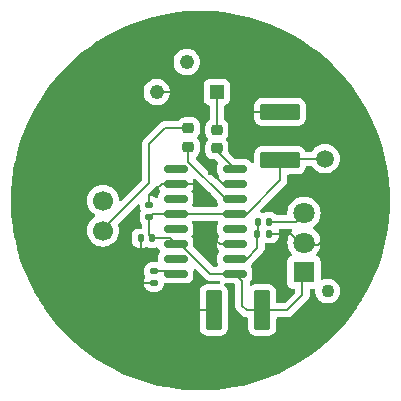
<source format=gbr>
%TF.GenerationSoftware,KiCad,Pcbnew,8.0.3*%
%TF.CreationDate,2024-11-14T20:06:39-08:00*%
%TF.ProjectId,SpeakerR,53706561-6b65-4725-922e-6b696361645f,rev?*%
%TF.SameCoordinates,Original*%
%TF.FileFunction,Copper,L1,Top*%
%TF.FilePolarity,Positive*%
%FSLAX46Y46*%
G04 Gerber Fmt 4.6, Leading zero omitted, Abs format (unit mm)*
G04 Created by KiCad (PCBNEW 8.0.3) date 2024-11-14 20:06:39*
%MOMM*%
%LPD*%
G01*
G04 APERTURE LIST*
G04 Aperture macros list*
%AMRoundRect*
0 Rectangle with rounded corners*
0 $1 Rounding radius*
0 $2 $3 $4 $5 $6 $7 $8 $9 X,Y pos of 4 corners*
0 Add a 4 corners polygon primitive as box body*
4,1,4,$2,$3,$4,$5,$6,$7,$8,$9,$2,$3,0*
0 Add four circle primitives for the rounded corners*
1,1,$1+$1,$2,$3*
1,1,$1+$1,$4,$5*
1,1,$1+$1,$6,$7*
1,1,$1+$1,$8,$9*
0 Add four rect primitives between the rounded corners*
20,1,$1+$1,$2,$3,$4,$5,0*
20,1,$1+$1,$4,$5,$6,$7,0*
20,1,$1+$1,$6,$7,$8,$9,0*
20,1,$1+$1,$8,$9,$2,$3,0*%
G04 Aperture macros list end*
%TA.AperFunction,ComponentPad*%
%ADD10C,1.800000*%
%TD*%
%TA.AperFunction,ComponentPad*%
%ADD11R,1.800000X1.800000*%
%TD*%
%TA.AperFunction,ComponentPad*%
%ADD12C,1.100000*%
%TD*%
%TA.AperFunction,ComponentPad*%
%ADD13C,1.700000*%
%TD*%
%TA.AperFunction,SMDPad,CuDef*%
%ADD14RoundRect,0.135000X0.135000X0.185000X-0.135000X0.185000X-0.135000X-0.185000X0.135000X-0.185000X0*%
%TD*%
%TA.AperFunction,SMDPad,CuDef*%
%ADD15RoundRect,0.140000X0.170000X-0.140000X0.170000X0.140000X-0.170000X0.140000X-0.170000X-0.140000X0*%
%TD*%
%TA.AperFunction,SMDPad,CuDef*%
%ADD16RoundRect,0.140000X-0.140000X-0.170000X0.140000X-0.170000X0.140000X0.170000X-0.140000X0.170000X0*%
%TD*%
%TA.AperFunction,SMDPad,CuDef*%
%ADD17RoundRect,0.140000X-0.170000X0.140000X-0.170000X-0.140000X0.170000X-0.140000X0.170000X0.140000X0*%
%TD*%
%TA.AperFunction,SMDPad,CuDef*%
%ADD18C,1.500000*%
%TD*%
%TA.AperFunction,SMDPad,CuDef*%
%ADD19RoundRect,0.249999X0.450001X1.450001X-0.450001X1.450001X-0.450001X-1.450001X0.450001X-1.450001X0*%
%TD*%
%TA.AperFunction,SMDPad,CuDef*%
%ADD20RoundRect,0.218750X0.256250X-0.218750X0.256250X0.218750X-0.256250X0.218750X-0.256250X-0.218750X0*%
%TD*%
%TA.AperFunction,SMDPad,CuDef*%
%ADD21RoundRect,0.249999X1.450001X-0.450001X1.450001X0.450001X-1.450001X0.450001X-1.450001X-0.450001X0*%
%TD*%
%TA.AperFunction,SMDPad,CuDef*%
%ADD22RoundRect,0.218750X-0.256250X0.218750X-0.256250X-0.218750X0.256250X-0.218750X0.256250X0.218750X0*%
%TD*%
%TA.AperFunction,SMDPad,CuDef*%
%ADD23RoundRect,0.150000X-0.850000X-0.150000X0.850000X-0.150000X0.850000X0.150000X-0.850000X0.150000X0*%
%TD*%
%TA.AperFunction,ComponentPad*%
%ADD24R,1.218000X1.218000*%
%TD*%
%TA.AperFunction,ComponentPad*%
%ADD25C,1.218000*%
%TD*%
%TA.AperFunction,ViaPad*%
%ADD26C,0.600000*%
%TD*%
%TA.AperFunction,Conductor*%
%ADD27C,0.200000*%
%TD*%
G04 APERTURE END LIST*
D10*
%TO.P,J2,3,Pin_3*%
%TO.N,/inR*%
X125984000Y-101386000D03*
%TO.P,J2,2,Pin_2*%
%TO.N,GND*%
X125984000Y-103886000D03*
D11*
%TO.P,J2,1,Pin_1*%
%TO.N,+5V*%
X125984000Y-106386000D03*
D12*
%TO.P,J2,*%
%TO.N,*%
X127984000Y-107986000D03*
%TD*%
D13*
%TO.P,J1,1,Pin_1*%
%TO.N,Net-(J1-Pin_1)*%
X108966000Y-102870000D03*
%TO.P,J1,2,Pin_2*%
%TO.N,Net-(J1-Pin_2)*%
X108966000Y-100330000D03*
%TD*%
D14*
%TO.P,R1,1*%
%TO.N,GND*%
X123065000Y-103124000D03*
%TO.P,R1,2*%
%TO.N,Net-(U1-INR)*%
X122045000Y-103124000D03*
%TD*%
D15*
%TO.P,C6,1*%
%TO.N,GND*%
X113284000Y-107287000D03*
%TO.P,C6,2*%
%TO.N,Net-(U1-VREF)*%
X113284000Y-106327000D03*
%TD*%
D16*
%TO.P,C5,1*%
%TO.N,Net-(U1-INR)*%
X122075000Y-102108000D03*
%TO.P,C5,2*%
%TO.N,/inR*%
X123035000Y-102108000D03*
%TD*%
%TO.P,C3,1*%
%TO.N,GND*%
X112169000Y-103505000D03*
%TO.P,C3,2*%
%TO.N,+5V*%
X113129000Y-103505000D03*
%TD*%
D17*
%TO.P,C2,1*%
%TO.N,GND*%
X112903000Y-100739000D03*
%TO.P,C2,2*%
%TO.N,+5V*%
X112903000Y-101699000D03*
%TD*%
D18*
%TO.P,TP1,1,1*%
%TO.N,+5V*%
X127762000Y-96774000D03*
%TD*%
D19*
%TO.P,C1,1*%
%TO.N,+5V*%
X122446000Y-109601000D03*
%TO.P,C1,2*%
%TO.N,GND*%
X118346000Y-109601000D03*
%TD*%
D20*
%TO.P,FB1,1*%
%TO.N,Net-(U1--OUT_R)*%
X116205000Y-95783500D03*
%TO.P,FB1,2*%
%TO.N,Net-(J1-Pin_1)*%
X116205000Y-94208500D03*
%TD*%
D21*
%TO.P,C4,1*%
%TO.N,+5V*%
X123952000Y-96919000D03*
%TO.P,C4,2*%
%TO.N,GND*%
X123952000Y-92819000D03*
%TD*%
D22*
%TO.P,FB2,1*%
%TO.N,Net-(FB2-Pad1)*%
X118618000Y-94335500D03*
%TO.P,FB2,2*%
%TO.N,Net-(U1-+OUT_R)*%
X118618000Y-95910500D03*
%TD*%
D23*
%TO.P,U1,1,+OUT_L*%
%TO.N,unconnected-(U1-+OUT_L-Pad1)*%
X115121500Y-97626000D03*
%TO.P,U1,2,PGNDL*%
%TO.N,GND*%
X115121500Y-98896000D03*
%TO.P,U1,3,-OUT_L*%
%TO.N,unconnected-(U1--OUT_L-Pad3)*%
X115121500Y-100166000D03*
%TO.P,U1,4,PVDDL*%
%TO.N,+5V*%
X115121500Y-101436000D03*
%TO.P,U1,5,~{MUTE}*%
%TO.N,unconnected-(U1-~{MUTE}-Pad5)*%
X115121500Y-102706000D03*
%TO.P,U1,6,VDD*%
%TO.N,+5V*%
X115121500Y-103976000D03*
%TO.P,U1,7,INL*%
%TO.N,unconnected-(U1-INL-Pad7)*%
X115121500Y-105246000D03*
%TO.P,U1,8,VREF*%
%TO.N,Net-(U1-VREF)*%
X115121500Y-106516000D03*
%TO.P,U1,9,MODE*%
%TO.N,+5V*%
X120121500Y-106516000D03*
%TO.P,U1,10,INR*%
%TO.N,Net-(U1-INR)*%
X120121500Y-105246000D03*
%TO.P,U1,11,GND*%
%TO.N,GND*%
X120121500Y-103976000D03*
%TO.P,U1,12,~{SHND}*%
%TO.N,unconnected-(U1-~{SHND}-Pad12)*%
X120121500Y-102706000D03*
%TO.P,U1,13,PVDDR*%
%TO.N,+5V*%
X120121500Y-101436000D03*
%TO.P,U1,14,-OUT_R*%
%TO.N,Net-(U1--OUT_R)*%
X120121500Y-100166000D03*
%TO.P,U1,15,PGNDR*%
%TO.N,GND*%
X120121500Y-98896000D03*
%TO.P,U1,16,+OUT_R*%
%TO.N,Net-(U1-+OUT_R)*%
X120121500Y-97626000D03*
%TD*%
D24*
%TO.P,RV1,1,1*%
%TO.N,Net-(FB2-Pad1)*%
X118592600Y-91135200D03*
D25*
%TO.P,RV1,2,2*%
%TO.N,Net-(J1-Pin_2)*%
X116052600Y-88595200D03*
%TO.P,RV1,3,3*%
%TO.N,GND*%
X113512600Y-91135200D03*
%TD*%
D26*
%TO.N,GND*%
X117856000Y-99822000D03*
X115824000Y-108966000D03*
X112522000Y-104902000D03*
X116509800Y-92379800D03*
X111506000Y-107188000D03*
X118110000Y-97917000D03*
X118491000Y-103632000D03*
X127762000Y-103505000D03*
X120396000Y-93726000D03*
%TD*%
D27*
%TO.N,GND*%
X116930000Y-98896000D02*
X117856000Y-99822000D01*
X115121500Y-98896000D02*
X116930000Y-98896000D01*
X112903000Y-99949000D02*
X113411000Y-99441000D01*
X112903000Y-100739000D02*
X112903000Y-99949000D01*
%TO.N,Net-(U1-VREF)*%
X114932500Y-106327000D02*
X115121500Y-106516000D01*
X113284000Y-106327000D02*
X114932500Y-106327000D01*
%TO.N,GND*%
X111605000Y-107287000D02*
X111506000Y-107188000D01*
X113284000Y-107287000D02*
X111605000Y-107287000D01*
X116459000Y-109601000D02*
X115824000Y-108966000D01*
X118346000Y-109601000D02*
X116459000Y-109601000D01*
%TO.N,/inR*%
X125302000Y-102108000D02*
X125857000Y-101553000D01*
X123035000Y-102108000D02*
X125302000Y-102108000D01*
%TO.N,GND*%
X124928000Y-103124000D02*
X123065000Y-103124000D01*
%TO.N,Net-(U1-INR)*%
X121121499Y-105246000D02*
X122045000Y-104322499D01*
X122045000Y-104322499D02*
X122045000Y-103124000D01*
X120121500Y-105246000D02*
X121121499Y-105246000D01*
X122075000Y-103094000D02*
X122045000Y-103124000D01*
X122075000Y-102108000D02*
X122075000Y-103094000D01*
%TO.N,+5V*%
X114650500Y-103505000D02*
X115121500Y-103976000D01*
X113129000Y-103505000D02*
X114650500Y-103505000D01*
X112903000Y-103279000D02*
X113129000Y-103505000D01*
X112903000Y-101699000D02*
X112903000Y-103279000D01*
X113166000Y-101436000D02*
X112903000Y-101699000D01*
X115121500Y-101436000D02*
X113166000Y-101436000D01*
%TO.N,GND*%
X112169000Y-104549000D02*
X112522000Y-104902000D01*
X112169000Y-103505000D02*
X112169000Y-104549000D01*
X113512600Y-91135200D02*
X115265200Y-91135200D01*
X115121500Y-98896000D02*
X113956000Y-98896000D01*
X125857000Y-104053000D02*
X127214000Y-104053000D01*
X124928000Y-103124000D02*
X125857000Y-104053000D01*
X127214000Y-104053000D02*
X127762000Y-103505000D01*
X118835000Y-103976000D02*
X118491000Y-103632000D01*
X120121500Y-103976000D02*
X118835000Y-103976000D01*
X123952000Y-92819000D02*
X121303000Y-92819000D01*
X121303000Y-92819000D02*
X120396000Y-93726000D01*
X113284000Y-107127000D02*
X113284000Y-107315000D01*
X115265200Y-91135200D02*
X116509800Y-92379800D01*
X119089000Y-98896000D02*
X118110000Y-97917000D01*
X120121500Y-98896000D02*
X119089000Y-98896000D01*
X113956000Y-98896000D02*
X113411000Y-99441000D01*
%TO.N,+5V*%
X123952000Y-98605499D02*
X121121499Y-101436000D01*
X121121499Y-101436000D02*
X120121500Y-101436000D01*
X122446000Y-109601000D02*
X124587000Y-109601000D01*
X115492052Y-103976000D02*
X115121500Y-103976000D01*
X124587000Y-109601000D02*
X125857000Y-108331000D01*
X124097000Y-96774000D02*
X123952000Y-96919000D01*
X121158000Y-109601000D02*
X122446000Y-109601000D01*
X120777000Y-107171500D02*
X120777000Y-109220000D01*
X115121500Y-101436000D02*
X120121500Y-101436000D01*
X120121500Y-106516000D02*
X118032052Y-106516000D01*
X127762000Y-96774000D02*
X124097000Y-96774000D01*
X120777000Y-109220000D02*
X121158000Y-109601000D01*
X118032052Y-106516000D02*
X115492052Y-103976000D01*
X120121500Y-106516000D02*
X120777000Y-107171500D01*
X123952000Y-96919000D02*
X123952000Y-98605499D01*
X125857000Y-108331000D02*
X125857000Y-106553000D01*
%TO.N,Net-(J1-Pin_1)*%
X108966000Y-102743000D02*
X112903000Y-98806000D01*
X112903000Y-98806000D02*
X112903000Y-95504000D01*
X114198500Y-94208500D02*
X116205000Y-94208500D01*
X112903000Y-95504000D02*
X114198500Y-94208500D01*
%TO.N,Net-(U1--OUT_R)*%
X120121500Y-100166000D02*
X119343000Y-100166000D01*
X119343000Y-100166000D02*
X116205000Y-97028000D01*
X116205000Y-97028000D02*
X116205000Y-95783500D01*
%TO.N,Net-(U1-+OUT_R)*%
X118618000Y-96122500D02*
X120121500Y-97626000D01*
X118618000Y-95910500D02*
X118618000Y-96122500D01*
%TO.N,Net-(FB2-Pad1)*%
X118618000Y-91160600D02*
X118592600Y-91135200D01*
X118618000Y-94335500D02*
X118618000Y-91160600D01*
%TD*%
%TA.AperFunction,Conductor*%
%TO.N,GND*%
G36*
X124949425Y-102728185D02*
G01*
X124995180Y-102780989D01*
X125005124Y-102850147D01*
X124976099Y-102913703D01*
X124973616Y-102916483D01*
X124875414Y-103023157D01*
X124748516Y-103217390D01*
X124655317Y-103429864D01*
X124598361Y-103654781D01*
X124579202Y-103885994D01*
X124579202Y-103886005D01*
X124598361Y-104117218D01*
X124655317Y-104342135D01*
X124748516Y-104554609D01*
X124875417Y-104748846D01*
X124942896Y-104822147D01*
X124973819Y-104884801D01*
X124965959Y-104954227D01*
X124921812Y-105008383D01*
X124895001Y-105022312D01*
X124841669Y-105042203D01*
X124841664Y-105042206D01*
X124726455Y-105128452D01*
X124726452Y-105128455D01*
X124640206Y-105243664D01*
X124640202Y-105243671D01*
X124589908Y-105378517D01*
X124585180Y-105422500D01*
X124583501Y-105438123D01*
X124583500Y-105438135D01*
X124583500Y-107333870D01*
X124583501Y-107333876D01*
X124589908Y-107393483D01*
X124640202Y-107528328D01*
X124640206Y-107528335D01*
X124726452Y-107643544D01*
X124726455Y-107643547D01*
X124841664Y-107729793D01*
X124841671Y-107729797D01*
X124859037Y-107736274D01*
X124976517Y-107780091D01*
X125036127Y-107786500D01*
X125132500Y-107786499D01*
X125199538Y-107806183D01*
X125245294Y-107858986D01*
X125256500Y-107910499D01*
X125256500Y-108030903D01*
X125236815Y-108097942D01*
X125220181Y-108118584D01*
X124374584Y-108964181D01*
X124313261Y-108997666D01*
X124286903Y-109000500D01*
X123770500Y-109000500D01*
X123703461Y-108980815D01*
X123657706Y-108928011D01*
X123646500Y-108876500D01*
X123646500Y-108100995D01*
X123646499Y-108100982D01*
X123646188Y-108097942D01*
X123635999Y-107998202D01*
X123580814Y-107831665D01*
X123488712Y-107682344D01*
X123364656Y-107558288D01*
X123256578Y-107491625D01*
X123215337Y-107466187D01*
X123215332Y-107466185D01*
X123167557Y-107450354D01*
X123048798Y-107411001D01*
X123048796Y-107411000D01*
X122946017Y-107400500D01*
X122946010Y-107400500D01*
X121945990Y-107400500D01*
X121945982Y-107400500D01*
X121843203Y-107411000D01*
X121843202Y-107411001D01*
X121815336Y-107420235D01*
X121676667Y-107466185D01*
X121676662Y-107466187D01*
X121605374Y-107510158D01*
X121566595Y-107534077D01*
X121499204Y-107552517D01*
X121432541Y-107531594D01*
X121387771Y-107477952D01*
X121377500Y-107428538D01*
X121377500Y-107260559D01*
X121377501Y-107260546D01*
X121377501Y-107231307D01*
X121397186Y-107164268D01*
X121413815Y-107143630D01*
X121489581Y-107067865D01*
X121573244Y-106926398D01*
X121619098Y-106768569D01*
X121622000Y-106731694D01*
X121622000Y-106300306D01*
X121619098Y-106263431D01*
X121618328Y-106260782D01*
X121573245Y-106105606D01*
X121573244Y-106105603D01*
X121573244Y-106105602D01*
X121489581Y-105964135D01*
X121489578Y-105964132D01*
X121484798Y-105957969D01*
X121487250Y-105956066D01*
X121460655Y-105907421D01*
X121465604Y-105837726D01*
X121486440Y-105805304D01*
X121484798Y-105804031D01*
X121489576Y-105797869D01*
X121489581Y-105797865D01*
X121573244Y-105656398D01*
X121573247Y-105656384D01*
X121573689Y-105655367D01*
X121574959Y-105653496D01*
X121577216Y-105649682D01*
X121577455Y-105649823D01*
X121599821Y-105616913D01*
X121602019Y-105614716D01*
X121602019Y-105614714D01*
X121612220Y-105604515D01*
X121612227Y-105604505D01*
X122525520Y-104691215D01*
X122604577Y-104554283D01*
X122645501Y-104401556D01*
X122645501Y-104243441D01*
X122645501Y-104235846D01*
X122645500Y-104235828D01*
X122645500Y-104052753D01*
X122665185Y-103985714D01*
X122717989Y-103939959D01*
X122787147Y-103930015D01*
X122804097Y-103933677D01*
X122829877Y-103941167D01*
X122829876Y-103941167D01*
X122865864Y-103943999D01*
X122865880Y-103944000D01*
X123264120Y-103944000D01*
X123264135Y-103943999D01*
X123300123Y-103941167D01*
X123300129Y-103941166D01*
X123454188Y-103896407D01*
X123454191Y-103896406D01*
X123592285Y-103814738D01*
X123592294Y-103814731D01*
X123705731Y-103701294D01*
X123705738Y-103701285D01*
X123787406Y-103563191D01*
X123787407Y-103563188D01*
X123832166Y-103409129D01*
X123832167Y-103409123D01*
X123834999Y-103373135D01*
X123835000Y-103373120D01*
X123835000Y-102874879D01*
X123834999Y-102874864D01*
X123832431Y-102842228D01*
X123846796Y-102773851D01*
X123895847Y-102724095D01*
X123956049Y-102708500D01*
X124882386Y-102708500D01*
X124949425Y-102728185D01*
G37*
%TD.AperFunction*%
%TA.AperFunction,Conductor*%
G36*
X118672632Y-102056185D02*
G01*
X118718387Y-102108989D01*
X118728331Y-102178147D01*
X118712325Y-102223620D01*
X118669757Y-102295599D01*
X118669754Y-102295606D01*
X118623902Y-102453426D01*
X118623901Y-102453432D01*
X118621000Y-102490298D01*
X118621000Y-102921701D01*
X118623901Y-102958567D01*
X118623902Y-102958573D01*
X118669754Y-103116393D01*
X118669755Y-103116396D01*
X118753417Y-103257862D01*
X118758202Y-103264031D01*
X118755869Y-103265840D01*
X118782710Y-103314995D01*
X118777726Y-103384687D01*
X118756970Y-103417021D01*
X118758597Y-103418283D01*
X118753813Y-103424449D01*
X118670217Y-103565803D01*
X118670216Y-103565806D01*
X118624400Y-103723504D01*
X118624399Y-103723510D01*
X118621500Y-103760350D01*
X118621500Y-104191649D01*
X118624399Y-104228489D01*
X118624400Y-104228495D01*
X118670216Y-104386193D01*
X118670217Y-104386196D01*
X118753814Y-104527552D01*
X118758600Y-104533722D01*
X118756140Y-104535629D01*
X118782710Y-104584288D01*
X118777726Y-104653980D01*
X118756662Y-104686781D01*
X118758199Y-104687974D01*
X118753415Y-104694140D01*
X118669755Y-104835603D01*
X118669754Y-104835606D01*
X118623902Y-104993426D01*
X118623901Y-104993432D01*
X118621000Y-105030298D01*
X118621000Y-105461701D01*
X118623901Y-105498567D01*
X118623902Y-105498573D01*
X118669754Y-105656393D01*
X118669757Y-105656400D01*
X118712325Y-105728380D01*
X118729508Y-105796104D01*
X118707348Y-105862366D01*
X118652881Y-105906129D01*
X118605593Y-105915500D01*
X118332149Y-105915500D01*
X118265110Y-105895815D01*
X118244468Y-105879181D01*
X116657678Y-104292391D01*
X116624193Y-104231068D01*
X116621742Y-104194976D01*
X116621826Y-104193897D01*
X116622000Y-104191694D01*
X116622000Y-103760306D01*
X116619098Y-103723431D01*
X116573244Y-103565602D01*
X116489581Y-103424135D01*
X116489578Y-103424132D01*
X116484798Y-103417969D01*
X116487250Y-103416066D01*
X116460655Y-103367421D01*
X116465604Y-103297726D01*
X116486440Y-103265304D01*
X116484798Y-103264031D01*
X116489575Y-103257870D01*
X116489581Y-103257865D01*
X116573244Y-103116398D01*
X116619098Y-102958569D01*
X116622000Y-102921694D01*
X116622000Y-102490306D01*
X116619098Y-102453431D01*
X116573244Y-102295602D01*
X116562825Y-102277984D01*
X116530675Y-102223620D01*
X116513492Y-102155896D01*
X116535652Y-102089634D01*
X116590119Y-102045871D01*
X116637407Y-102036500D01*
X118605593Y-102036500D01*
X118672632Y-102056185D01*
G37*
%TD.AperFunction*%
%TA.AperFunction,Conductor*%
G36*
X116779827Y-98462945D02*
G01*
X116815676Y-98487911D01*
X118584681Y-100256916D01*
X118618166Y-100318239D01*
X118621000Y-100344597D01*
X118621000Y-100381701D01*
X118623901Y-100418567D01*
X118623902Y-100418573D01*
X118669754Y-100576393D01*
X118669757Y-100576400D01*
X118712325Y-100648380D01*
X118729508Y-100716104D01*
X118707348Y-100782366D01*
X118652881Y-100826129D01*
X118605593Y-100835500D01*
X116637407Y-100835500D01*
X116570368Y-100815815D01*
X116524613Y-100763011D01*
X116514669Y-100693853D01*
X116530675Y-100648380D01*
X116552473Y-100611518D01*
X116573244Y-100576398D01*
X116619098Y-100418569D01*
X116622000Y-100381694D01*
X116622000Y-99950306D01*
X116619098Y-99913431D01*
X116611701Y-99887972D01*
X116573245Y-99755606D01*
X116573244Y-99755603D01*
X116573244Y-99755602D01*
X116489581Y-99614135D01*
X116489578Y-99614132D01*
X116484798Y-99607969D01*
X116487135Y-99606155D01*
X116460298Y-99557050D01*
X116465256Y-99487356D01*
X116486054Y-99454998D01*
X116484403Y-99453717D01*
X116489186Y-99447550D01*
X116572782Y-99306196D01*
X116572783Y-99306193D01*
X116618599Y-99148495D01*
X116618600Y-99148489D01*
X116621499Y-99111649D01*
X116621500Y-99111634D01*
X116621500Y-98680365D01*
X116621499Y-98680350D01*
X116618600Y-98643510D01*
X116618599Y-98643507D01*
X116608919Y-98610188D01*
X116609118Y-98540319D01*
X116647059Y-98481648D01*
X116710697Y-98452804D01*
X116779827Y-98462945D01*
G37*
%TD.AperFunction*%
%TA.AperFunction,Conductor*%
G36*
X113587513Y-99104680D02*
G01*
X113628042Y-99161594D01*
X113629938Y-99167556D01*
X113670216Y-99306193D01*
X113670217Y-99306196D01*
X113753814Y-99447552D01*
X113758600Y-99453722D01*
X113756140Y-99455629D01*
X113782710Y-99504288D01*
X113777726Y-99573980D01*
X113756662Y-99606781D01*
X113758199Y-99607974D01*
X113753415Y-99614140D01*
X113669755Y-99755603D01*
X113669754Y-99755606D01*
X113623902Y-99913426D01*
X113623901Y-99913432D01*
X113621000Y-99950298D01*
X113621000Y-99962146D01*
X113601315Y-100029185D01*
X113548511Y-100074940D01*
X113479353Y-100084884D01*
X113433879Y-100068878D01*
X113329196Y-100006969D01*
X113173909Y-99961854D01*
X113137644Y-99959000D01*
X112898596Y-99959000D01*
X112831557Y-99939315D01*
X112785802Y-99886511D01*
X112775858Y-99817353D01*
X112804883Y-99753797D01*
X112810890Y-99747345D01*
X113383520Y-99174716D01*
X113403477Y-99140148D01*
X113454041Y-99091936D01*
X113522648Y-99078712D01*
X113587513Y-99104680D01*
G37*
%TD.AperFunction*%
%TA.AperFunction,Conductor*%
G36*
X117624561Y-84271554D02*
G01*
X118418378Y-84311172D01*
X118424478Y-84311629D01*
X119215348Y-84390767D01*
X119221453Y-84391533D01*
X119974716Y-84505069D01*
X120007361Y-84509990D01*
X120013452Y-84511064D01*
X120792469Y-84668546D01*
X120798434Y-84669907D01*
X121568694Y-84866039D01*
X121574619Y-84867706D01*
X122334090Y-85101972D01*
X122339941Y-85103938D01*
X123086788Y-85375768D01*
X123092527Y-85378020D01*
X123824897Y-85686740D01*
X123830532Y-85689283D01*
X124546599Y-86034122D01*
X124552102Y-86036943D01*
X125250078Y-86417041D01*
X125255432Y-86420132D01*
X125933618Y-86834562D01*
X125938764Y-86837886D01*
X126595490Y-87285634D01*
X126600483Y-87289224D01*
X127234041Y-87769126D01*
X127238835Y-87772949D01*
X127739054Y-88192683D01*
X127847689Y-88283839D01*
X127852323Y-88287929D01*
X128404145Y-88799945D01*
X128434913Y-88828493D01*
X128439334Y-88832804D01*
X128612924Y-89010777D01*
X128994287Y-89401770D01*
X128998492Y-89406302D01*
X129524378Y-90002203D01*
X129528352Y-90006939D01*
X130023888Y-90628321D01*
X130027621Y-90633250D01*
X130491553Y-91278539D01*
X130495036Y-91283647D01*
X130659015Y-91537536D01*
X130823412Y-91792073D01*
X130926240Y-91951281D01*
X130929458Y-91956548D01*
X130983344Y-92049880D01*
X131326846Y-92644845D01*
X131329803Y-92650275D01*
X131692380Y-93357507D01*
X131695063Y-93363077D01*
X132021952Y-94087538D01*
X132024353Y-94093236D01*
X132314706Y-94833043D01*
X132316821Y-94838853D01*
X132569949Y-95592248D01*
X132571771Y-95598156D01*
X132787021Y-96363204D01*
X132788547Y-96369195D01*
X132965403Y-97144050D01*
X132966628Y-97150111D01*
X133104635Y-97932788D01*
X133105557Y-97938901D01*
X133204384Y-98727526D01*
X133204999Y-98733678D01*
X133264393Y-99526216D01*
X133264701Y-99532392D01*
X133284514Y-100326909D01*
X133284514Y-100333091D01*
X133264701Y-101127607D01*
X133264393Y-101133783D01*
X133204999Y-101926321D01*
X133204384Y-101932473D01*
X133105557Y-102721098D01*
X133104635Y-102727211D01*
X132966628Y-103509888D01*
X132965403Y-103515949D01*
X132788547Y-104290804D01*
X132787021Y-104296795D01*
X132571771Y-105061843D01*
X132569949Y-105067751D01*
X132316821Y-105821146D01*
X132314706Y-105826956D01*
X132024353Y-106566763D01*
X132021952Y-106572461D01*
X131695063Y-107296922D01*
X131692380Y-107302492D01*
X131329803Y-108009724D01*
X131326846Y-108015154D01*
X130929464Y-108703442D01*
X130926240Y-108708718D01*
X130495036Y-109376352D01*
X130491553Y-109381460D01*
X130027621Y-110026749D01*
X130023888Y-110031678D01*
X129528352Y-110653060D01*
X129524378Y-110657796D01*
X128998492Y-111253697D01*
X128994287Y-111258229D01*
X128439340Y-111827189D01*
X128434913Y-111831506D01*
X127852324Y-112372069D01*
X127847689Y-112376160D01*
X127238855Y-112887034D01*
X127234021Y-112890889D01*
X126600496Y-113370765D01*
X126595476Y-113374375D01*
X125938788Y-113822098D01*
X125933594Y-113825452D01*
X125255432Y-114239867D01*
X125250078Y-114242958D01*
X124552102Y-114623056D01*
X124546599Y-114625877D01*
X123830532Y-114970716D01*
X123824897Y-114973259D01*
X123092544Y-115281972D01*
X123086788Y-115284231D01*
X122339941Y-115556061D01*
X122334081Y-115558030D01*
X121574632Y-115792289D01*
X121568680Y-115793964D01*
X120798465Y-115990085D01*
X120792437Y-115991460D01*
X120013450Y-116148935D01*
X120007361Y-116150009D01*
X119221468Y-116268464D01*
X119215333Y-116269233D01*
X118424510Y-116348367D01*
X118418345Y-116348829D01*
X117624562Y-116388445D01*
X117618381Y-116388599D01*
X116823619Y-116388599D01*
X116817438Y-116388445D01*
X116023654Y-116348829D01*
X116017489Y-116348367D01*
X115226666Y-116269233D01*
X115220531Y-116268464D01*
X114434638Y-116150009D01*
X114428549Y-116148935D01*
X113649562Y-115991460D01*
X113643534Y-115990085D01*
X112873319Y-115793964D01*
X112867367Y-115792289D01*
X112107918Y-115558030D01*
X112102058Y-115556061D01*
X111355211Y-115284231D01*
X111349455Y-115281972D01*
X110617102Y-114973259D01*
X110611467Y-114970716D01*
X109895400Y-114625877D01*
X109889897Y-114623056D01*
X109191921Y-114242958D01*
X109186567Y-114239867D01*
X108619113Y-113893104D01*
X108508391Y-113825443D01*
X108503225Y-113822107D01*
X107846517Y-113374370D01*
X107841503Y-113370765D01*
X107207963Y-112890877D01*
X107203160Y-112887046D01*
X106594310Y-112376160D01*
X106589675Y-112372069D01*
X106007086Y-111831506D01*
X106002659Y-111827189D01*
X105967360Y-111790999D01*
X105447712Y-111258229D01*
X105443507Y-111253697D01*
X104917621Y-110657796D01*
X104913647Y-110653060D01*
X104418111Y-110031678D01*
X104414378Y-110026749D01*
X103950446Y-109381460D01*
X103946963Y-109376352D01*
X103730746Y-109041583D01*
X103515747Y-108708698D01*
X103512547Y-108703462D01*
X103164732Y-108101028D01*
X103115153Y-108015154D01*
X103112196Y-108009724D01*
X102944357Y-107682342D01*
X102749611Y-107302476D01*
X102746944Y-107296939D01*
X102420047Y-106572461D01*
X102417646Y-106566763D01*
X102127293Y-105826956D01*
X102125178Y-105821146D01*
X102063713Y-105638205D01*
X101872045Y-105067736D01*
X101870228Y-105061843D01*
X101864702Y-105042204D01*
X101680131Y-104386196D01*
X101654978Y-104296795D01*
X101653452Y-104290804D01*
X101476596Y-103515949D01*
X101475371Y-103509888D01*
X101457618Y-103409204D01*
X101337363Y-102727209D01*
X101336442Y-102721098D01*
X101330973Y-102677460D01*
X101237615Y-101932473D01*
X101237000Y-101926321D01*
X101213842Y-101617305D01*
X101177604Y-101133753D01*
X101177299Y-101127637D01*
X101157485Y-100333087D01*
X101157485Y-100329999D01*
X107610341Y-100329999D01*
X107610341Y-100330000D01*
X107630936Y-100565403D01*
X107630938Y-100565413D01*
X107692094Y-100793655D01*
X107692096Y-100793659D01*
X107692097Y-100793663D01*
X107711606Y-100835500D01*
X107791965Y-101007830D01*
X107791967Y-101007834D01*
X107927501Y-101201395D01*
X107927506Y-101201402D01*
X108094597Y-101368493D01*
X108094603Y-101368498D01*
X108280158Y-101498425D01*
X108323783Y-101553002D01*
X108330977Y-101622500D01*
X108299454Y-101684855D01*
X108280158Y-101701575D01*
X108094597Y-101831505D01*
X107927505Y-101998597D01*
X107791965Y-102192169D01*
X107791964Y-102192171D01*
X107692098Y-102406335D01*
X107692094Y-102406344D01*
X107630938Y-102634586D01*
X107630936Y-102634596D01*
X107610341Y-102869999D01*
X107610341Y-102870000D01*
X107630936Y-103105403D01*
X107630938Y-103105413D01*
X107692094Y-103333655D01*
X107692096Y-103333659D01*
X107692097Y-103333663D01*
X107774272Y-103509888D01*
X107791965Y-103547830D01*
X107791967Y-103547834D01*
X107835162Y-103609522D01*
X107927505Y-103741401D01*
X108094599Y-103908495D01*
X108191384Y-103976265D01*
X108288165Y-104044032D01*
X108288167Y-104044033D01*
X108288170Y-104044035D01*
X108502337Y-104143903D01*
X108730592Y-104205063D01*
X108918918Y-104221539D01*
X108965999Y-104225659D01*
X108966000Y-104225659D01*
X108966001Y-104225659D01*
X109005234Y-104222226D01*
X109201408Y-104205063D01*
X109429663Y-104143903D01*
X109643830Y-104044035D01*
X109837401Y-103908495D01*
X110004495Y-103741401D01*
X110140035Y-103547830D01*
X110239903Y-103333663D01*
X110301063Y-103105408D01*
X110321659Y-102870000D01*
X110301063Y-102634592D01*
X110239903Y-102406337D01*
X110239902Y-102406335D01*
X110239834Y-102406080D01*
X110241497Y-102336230D01*
X110271926Y-102286308D01*
X111881322Y-100676913D01*
X111942642Y-100643430D01*
X112012334Y-100648414D01*
X112068267Y-100690286D01*
X112092684Y-100755750D01*
X112093000Y-100764595D01*
X112093000Y-100943625D01*
X112093001Y-100943647D01*
X112095854Y-100979910D01*
X112140968Y-101135195D01*
X112152911Y-101155389D01*
X112170092Y-101223113D01*
X112152911Y-101281628D01*
X112140506Y-101302604D01*
X112140504Y-101302609D01*
X112095357Y-101458002D01*
X112095356Y-101458008D01*
X112092500Y-101494302D01*
X112092500Y-101903697D01*
X112095356Y-101939991D01*
X112095357Y-101939997D01*
X112140504Y-102095390D01*
X112140505Y-102095393D01*
X112140506Y-102095395D01*
X112175245Y-102154135D01*
X112222881Y-102234684D01*
X112222887Y-102234692D01*
X112266180Y-102277984D01*
X112299666Y-102339307D01*
X112302500Y-102365666D01*
X112302500Y-102571000D01*
X112282815Y-102638039D01*
X112230011Y-102683794D01*
X112178501Y-102695000D01*
X111964374Y-102695000D01*
X111964352Y-102695001D01*
X111928089Y-102697854D01*
X111772803Y-102742969D01*
X111633625Y-102825278D01*
X111633616Y-102825285D01*
X111519285Y-102939616D01*
X111519278Y-102939625D01*
X111436969Y-103078803D01*
X111391854Y-103234089D01*
X111391854Y-103234092D01*
X111389000Y-103270355D01*
X111389000Y-103739625D01*
X111389001Y-103739647D01*
X111391854Y-103775910D01*
X111436969Y-103931196D01*
X111519278Y-104070374D01*
X111519285Y-104070383D01*
X111633616Y-104184714D01*
X111633625Y-104184721D01*
X111772803Y-104267030D01*
X111928090Y-104312145D01*
X111964362Y-104314999D01*
X112373625Y-104314999D01*
X112373647Y-104314998D01*
X112409911Y-104312145D01*
X112565194Y-104267032D01*
X112585384Y-104255091D01*
X112653108Y-104237906D01*
X112711629Y-104255089D01*
X112732605Y-104267494D01*
X112750414Y-104272668D01*
X112888002Y-104312642D01*
X112888005Y-104312642D01*
X112888007Y-104312643D01*
X112924310Y-104315500D01*
X112924318Y-104315500D01*
X113333682Y-104315500D01*
X113333690Y-104315500D01*
X113369993Y-104312643D01*
X113507586Y-104272668D01*
X113577455Y-104272867D01*
X113636125Y-104310809D01*
X113661257Y-104357147D01*
X113669696Y-104386193D01*
X113669756Y-104386398D01*
X113686681Y-104415017D01*
X113753417Y-104527862D01*
X113758202Y-104534031D01*
X113755756Y-104535927D01*
X113782357Y-104584642D01*
X113777373Y-104654334D01*
X113756569Y-104686703D01*
X113758202Y-104687969D01*
X113753417Y-104694137D01*
X113669755Y-104835603D01*
X113669754Y-104835606D01*
X113623902Y-104993426D01*
X113623901Y-104993432D01*
X113621000Y-105030298D01*
X113621000Y-105422500D01*
X113601315Y-105489539D01*
X113548511Y-105535294D01*
X113497000Y-105546500D01*
X113049302Y-105546500D01*
X113013008Y-105549356D01*
X113013002Y-105549357D01*
X112857609Y-105594504D01*
X112857606Y-105594505D01*
X112718315Y-105676881D01*
X112718307Y-105676887D01*
X112603887Y-105791307D01*
X112603881Y-105791315D01*
X112521505Y-105930606D01*
X112521504Y-105930609D01*
X112476357Y-106086002D01*
X112476356Y-106086008D01*
X112473500Y-106122302D01*
X112473500Y-106531697D01*
X112476356Y-106567991D01*
X112476357Y-106567997D01*
X112521504Y-106723390D01*
X112521507Y-106723397D01*
X112533910Y-106744370D01*
X112551093Y-106812094D01*
X112533912Y-106870608D01*
X112521969Y-106890803D01*
X112476854Y-107046089D01*
X112476854Y-107046092D01*
X112474000Y-107082355D01*
X112474000Y-107491625D01*
X112474001Y-107491647D01*
X112476854Y-107527910D01*
X112521969Y-107683196D01*
X112604278Y-107822374D01*
X112604285Y-107822383D01*
X112718616Y-107936714D01*
X112718625Y-107936721D01*
X112857803Y-108019030D01*
X113013090Y-108064145D01*
X113049362Y-108066999D01*
X113518625Y-108066999D01*
X113518647Y-108066998D01*
X113554910Y-108064145D01*
X113710196Y-108019030D01*
X113849374Y-107936721D01*
X113849383Y-107936714D01*
X113963714Y-107822383D01*
X113963721Y-107822374D01*
X114046030Y-107683196D01*
X114091145Y-107527910D01*
X114091145Y-107527907D01*
X114093999Y-107491644D01*
X114094000Y-107491629D01*
X114094000Y-107440500D01*
X114113685Y-107373461D01*
X114166489Y-107327706D01*
X114218000Y-107316500D01*
X116037186Y-107316500D01*
X116037194Y-107316500D01*
X116074069Y-107313598D01*
X116074071Y-107313597D01*
X116074073Y-107313597D01*
X116121799Y-107299731D01*
X116231898Y-107267744D01*
X116373365Y-107184081D01*
X116489581Y-107067865D01*
X116573244Y-106926398D01*
X116619098Y-106768569D01*
X116622000Y-106731694D01*
X116622000Y-106300306D01*
X116619098Y-106263431D01*
X116619097Y-106263426D01*
X116618889Y-106260782D01*
X116633253Y-106192404D01*
X116682304Y-106142647D01*
X116750469Y-106127308D01*
X116816106Y-106151256D01*
X116830188Y-106163371D01*
X117547191Y-106880374D01*
X117547201Y-106880385D01*
X117551531Y-106884715D01*
X117551532Y-106884716D01*
X117663336Y-106996520D01*
X117663338Y-106996521D01*
X117663342Y-106996524D01*
X117749198Y-107046092D01*
X117800268Y-107075577D01*
X117902340Y-107102927D01*
X117952994Y-107116500D01*
X117952995Y-107116500D01*
X118750692Y-107116500D01*
X118817731Y-107136185D01*
X118838374Y-107152820D01*
X118874873Y-107189320D01*
X118908358Y-107250644D01*
X118903372Y-107320335D01*
X118861500Y-107376268D01*
X118796035Y-107400684D01*
X118787191Y-107401000D01*
X117846028Y-107401000D01*
X117846012Y-107401001D01*
X117743303Y-107411494D01*
X117743301Y-107411494D01*
X117576880Y-107466640D01*
X117576869Y-107466645D01*
X117427659Y-107558680D01*
X117427655Y-107558683D01*
X117303683Y-107682655D01*
X117303680Y-107682659D01*
X117211645Y-107831869D01*
X117211640Y-107831880D01*
X117156494Y-107998302D01*
X117146000Y-108101013D01*
X117146000Y-111100971D01*
X117146001Y-111100987D01*
X117156494Y-111203696D01*
X117156494Y-111203698D01*
X117211640Y-111370119D01*
X117211645Y-111370130D01*
X117303680Y-111519340D01*
X117303683Y-111519344D01*
X117427655Y-111643316D01*
X117427659Y-111643319D01*
X117576869Y-111735354D01*
X117576880Y-111735359D01*
X117743302Y-111790505D01*
X117846020Y-111800999D01*
X118845971Y-111800999D01*
X118845987Y-111800998D01*
X118948696Y-111790505D01*
X118948698Y-111790505D01*
X119115119Y-111735359D01*
X119115130Y-111735354D01*
X119264340Y-111643319D01*
X119264344Y-111643316D01*
X119388316Y-111519344D01*
X119388319Y-111519340D01*
X119480354Y-111370130D01*
X119480359Y-111370119D01*
X119535505Y-111203697D01*
X119545999Y-111100986D01*
X119545999Y-108101028D01*
X119545998Y-108101012D01*
X119535505Y-107998303D01*
X119535505Y-107998301D01*
X119480359Y-107831880D01*
X119480354Y-107831869D01*
X119388319Y-107682659D01*
X119388316Y-107682655D01*
X119264345Y-107558684D01*
X119243844Y-107546039D01*
X119197120Y-107494091D01*
X119185897Y-107425128D01*
X119213741Y-107361046D01*
X119271810Y-107322190D01*
X119308941Y-107316500D01*
X120021403Y-107316500D01*
X120088442Y-107336185D01*
X120109084Y-107352819D01*
X120140181Y-107383916D01*
X120173666Y-107445239D01*
X120176500Y-107471597D01*
X120176500Y-109133330D01*
X120176499Y-109133348D01*
X120176499Y-109299054D01*
X120176498Y-109299054D01*
X120217423Y-109451785D01*
X120246358Y-109501900D01*
X120246359Y-109501904D01*
X120246360Y-109501904D01*
X120296479Y-109588714D01*
X120296481Y-109588717D01*
X120415349Y-109707585D01*
X120415355Y-109707590D01*
X120673139Y-109965374D01*
X120673149Y-109965385D01*
X120677479Y-109969715D01*
X120677480Y-109969716D01*
X120789284Y-110081520D01*
X120789286Y-110081521D01*
X120789290Y-110081524D01*
X120926209Y-110160573D01*
X120926216Y-110160577D01*
X121038019Y-110190534D01*
X121078942Y-110201500D01*
X121078943Y-110201500D01*
X121121500Y-110201500D01*
X121188539Y-110221185D01*
X121234294Y-110273989D01*
X121245500Y-110325500D01*
X121245500Y-111101017D01*
X121256000Y-111203796D01*
X121311114Y-111370119D01*
X121311186Y-111370335D01*
X121403288Y-111519656D01*
X121527344Y-111643712D01*
X121676665Y-111735814D01*
X121843202Y-111790999D01*
X121945990Y-111801500D01*
X121945995Y-111801500D01*
X122946005Y-111801500D01*
X122946010Y-111801500D01*
X123048798Y-111790999D01*
X123215335Y-111735814D01*
X123364656Y-111643712D01*
X123488712Y-111519656D01*
X123580814Y-111370335D01*
X123635999Y-111203798D01*
X123646500Y-111101010D01*
X123646500Y-110325500D01*
X123666185Y-110258461D01*
X123718989Y-110212706D01*
X123770500Y-110201500D01*
X124500331Y-110201500D01*
X124500347Y-110201501D01*
X124507943Y-110201501D01*
X124666054Y-110201501D01*
X124666057Y-110201501D01*
X124818785Y-110160577D01*
X124868904Y-110131639D01*
X124955716Y-110081520D01*
X125067520Y-109969716D01*
X125067520Y-109969714D01*
X125077728Y-109959507D01*
X125077730Y-109959504D01*
X126225713Y-108811521D01*
X126225716Y-108811520D01*
X126337520Y-108699716D01*
X126387639Y-108612904D01*
X126416577Y-108562785D01*
X126457500Y-108410058D01*
X126457500Y-108251943D01*
X126457500Y-107910499D01*
X126477185Y-107843460D01*
X126529989Y-107797705D01*
X126581500Y-107786499D01*
X126809500Y-107786499D01*
X126876539Y-107806184D01*
X126922294Y-107858988D01*
X126933500Y-107910499D01*
X126933500Y-107928299D01*
X126932903Y-107940453D01*
X126928417Y-107985999D01*
X126932903Y-108031545D01*
X126933500Y-108043699D01*
X126933500Y-108089465D01*
X126939292Y-108118584D01*
X126942428Y-108134348D01*
X126944213Y-108146383D01*
X126948700Y-108191934D01*
X126948700Y-108191936D01*
X126961984Y-108235730D01*
X126964940Y-108247531D01*
X126973868Y-108292414D01*
X126973870Y-108292422D01*
X126991379Y-108334692D01*
X126995478Y-108346146D01*
X127008766Y-108389949D01*
X127008768Y-108389954D01*
X127030346Y-108430323D01*
X127035545Y-108441316D01*
X127053057Y-108483595D01*
X127078486Y-108521653D01*
X127084739Y-108532086D01*
X127106316Y-108572452D01*
X127135345Y-108607824D01*
X127142593Y-108617597D01*
X127168022Y-108655654D01*
X127168025Y-108655658D01*
X127200383Y-108688015D01*
X127208557Y-108697033D01*
X127237588Y-108732408D01*
X127272966Y-108761442D01*
X127281983Y-108769615D01*
X127314341Y-108801974D01*
X127314346Y-108801978D01*
X127352395Y-108827401D01*
X127362170Y-108834650D01*
X127397550Y-108863685D01*
X127397552Y-108863686D01*
X127397555Y-108863688D01*
X127437916Y-108885262D01*
X127448349Y-108891515D01*
X127486402Y-108916941D01*
X127528689Y-108934456D01*
X127539677Y-108939654D01*
X127580043Y-108961231D01*
X127580045Y-108961231D01*
X127580046Y-108961232D01*
X127623848Y-108974518D01*
X127635295Y-108978614D01*
X127677580Y-108996130D01*
X127691517Y-108998902D01*
X127722471Y-109005060D01*
X127734274Y-109008016D01*
X127750710Y-109013001D01*
X127778066Y-109021300D01*
X127823615Y-109025785D01*
X127835629Y-109027567D01*
X127880535Y-109036500D01*
X127926299Y-109036500D01*
X127938453Y-109037097D01*
X127984000Y-109041583D01*
X128029547Y-109037097D01*
X128041701Y-109036500D01*
X128087468Y-109036500D01*
X128114201Y-109031181D01*
X128132356Y-109027569D01*
X128144382Y-109025785D01*
X128189934Y-109021300D01*
X128233741Y-109008010D01*
X128245515Y-109005061D01*
X128290420Y-108996130D01*
X128332720Y-108978607D01*
X128344141Y-108974521D01*
X128387954Y-108961232D01*
X128428332Y-108939648D01*
X128439304Y-108934458D01*
X128481598Y-108916941D01*
X128519668Y-108891502D01*
X128530085Y-108885260D01*
X128546474Y-108876500D01*
X128570450Y-108863685D01*
X128605834Y-108834644D01*
X128615585Y-108827413D01*
X128653655Y-108801977D01*
X128686033Y-108769597D01*
X128695020Y-108761452D01*
X128730410Y-108732410D01*
X128759452Y-108697020D01*
X128767597Y-108688033D01*
X128799977Y-108655655D01*
X128825413Y-108617585D01*
X128832644Y-108607834D01*
X128861685Y-108572450D01*
X128883262Y-108532081D01*
X128889502Y-108521668D01*
X128914941Y-108483598D01*
X128932458Y-108441304D01*
X128937648Y-108430332D01*
X128959232Y-108389954D01*
X128972521Y-108346141D01*
X128976607Y-108334720D01*
X128994130Y-108292420D01*
X129003061Y-108247515D01*
X129006014Y-108235730D01*
X129019300Y-108191934D01*
X129023785Y-108146382D01*
X129025571Y-108134348D01*
X129034500Y-108089468D01*
X129034500Y-108043699D01*
X129035097Y-108031545D01*
X129035160Y-108030903D01*
X129039583Y-107986000D01*
X129035097Y-107940453D01*
X129034500Y-107928299D01*
X129034500Y-107882535D01*
X129025567Y-107837629D01*
X129023785Y-107825615D01*
X129019300Y-107780066D01*
X129006016Y-107736274D01*
X129003060Y-107724471D01*
X128994742Y-107682659D01*
X128994130Y-107679580D01*
X128976614Y-107637295D01*
X128972518Y-107625848D01*
X128959232Y-107582046D01*
X128959231Y-107582045D01*
X128959231Y-107582043D01*
X128937654Y-107541677D01*
X128932456Y-107530689D01*
X128914941Y-107488402D01*
X128889515Y-107450349D01*
X128883262Y-107439916D01*
X128861688Y-107399555D01*
X128861684Y-107399549D01*
X128832650Y-107364170D01*
X128825401Y-107354395D01*
X128799978Y-107316346D01*
X128799974Y-107316341D01*
X128767615Y-107283983D01*
X128759442Y-107274966D01*
X128753515Y-107267744D01*
X128730410Y-107239590D01*
X128695032Y-107210556D01*
X128686015Y-107202383D01*
X128653658Y-107170025D01*
X128653654Y-107170022D01*
X128615597Y-107144593D01*
X128605824Y-107137345D01*
X128570452Y-107108316D01*
X128530086Y-107086739D01*
X128519653Y-107080486D01*
X128481595Y-107055057D01*
X128439316Y-107037545D01*
X128428323Y-107032346D01*
X128387954Y-107010768D01*
X128387951Y-107010767D01*
X128344146Y-106997478D01*
X128332692Y-106993379D01*
X128290422Y-106975870D01*
X128290414Y-106975868D01*
X128245531Y-106966940D01*
X128233730Y-106963984D01*
X128189935Y-106950700D01*
X128144383Y-106946213D01*
X128132353Y-106944428D01*
X128087465Y-106935500D01*
X128087463Y-106935500D01*
X128041701Y-106935500D01*
X128029547Y-106934903D01*
X127984000Y-106930417D01*
X127938453Y-106934903D01*
X127926299Y-106935500D01*
X127880534Y-106935500D01*
X127835639Y-106944429D01*
X127823607Y-106946214D01*
X127778070Y-106950699D01*
X127778068Y-106950699D01*
X127778066Y-106950700D01*
X127734272Y-106963984D01*
X127722473Y-106966939D01*
X127677584Y-106975868D01*
X127677581Y-106975869D01*
X127635286Y-106993387D01*
X127623835Y-106997484D01*
X127580047Y-107010767D01*
X127580040Y-107010770D01*
X127566948Y-107017768D01*
X127498545Y-107032008D01*
X127433302Y-107007005D01*
X127391934Y-106950699D01*
X127384499Y-106908408D01*
X127384499Y-105438129D01*
X127384498Y-105438123D01*
X127384497Y-105438116D01*
X127378091Y-105378517D01*
X127327796Y-105243669D01*
X127327795Y-105243668D01*
X127327793Y-105243664D01*
X127241547Y-105128455D01*
X127241544Y-105128452D01*
X127126335Y-105042206D01*
X127126328Y-105042202D01*
X127072999Y-105022312D01*
X127017065Y-104980441D01*
X126992648Y-104914977D01*
X127007500Y-104846704D01*
X127025103Y-104822146D01*
X127092585Y-104748842D01*
X127219483Y-104554609D01*
X127312682Y-104342135D01*
X127369638Y-104117218D01*
X127388798Y-103886005D01*
X127388798Y-103885994D01*
X127369638Y-103654781D01*
X127312682Y-103429864D01*
X127219483Y-103217390D01*
X127092585Y-103023157D01*
X126935441Y-102852454D01*
X126935437Y-102852451D01*
X126783470Y-102734170D01*
X126742657Y-102677460D01*
X126738982Y-102607687D01*
X126773614Y-102547004D01*
X126783470Y-102538463D01*
X126935784Y-102419913D01*
X127092979Y-102249153D01*
X127219924Y-102054849D01*
X127313157Y-101842300D01*
X127370134Y-101617305D01*
X127371568Y-101600000D01*
X127389300Y-101386006D01*
X127389300Y-101385993D01*
X127370135Y-101154702D01*
X127370133Y-101154691D01*
X127313157Y-100929699D01*
X127219924Y-100717151D01*
X127092983Y-100522852D01*
X127092980Y-100522849D01*
X127092979Y-100522847D01*
X126935784Y-100352087D01*
X126935779Y-100352083D01*
X126935777Y-100352081D01*
X126752634Y-100209535D01*
X126752628Y-100209531D01*
X126548504Y-100099064D01*
X126548495Y-100099061D01*
X126328984Y-100023702D01*
X126157282Y-99995050D01*
X126100049Y-99985500D01*
X125867951Y-99985500D01*
X125822164Y-99993140D01*
X125639015Y-100023702D01*
X125419504Y-100099061D01*
X125419495Y-100099064D01*
X125215371Y-100209531D01*
X125215365Y-100209535D01*
X125032222Y-100352081D01*
X125032219Y-100352084D01*
X124875016Y-100522852D01*
X124748075Y-100717151D01*
X124654842Y-100929699D01*
X124597866Y-101154691D01*
X124597866Y-101154695D01*
X124578700Y-101386000D01*
X124578700Y-101386003D01*
X124578277Y-101391112D01*
X124576507Y-101390965D01*
X124559015Y-101450539D01*
X124506211Y-101496294D01*
X124454700Y-101507500D01*
X123701666Y-101507500D01*
X123634627Y-101487815D01*
X123613984Y-101471180D01*
X123570692Y-101427887D01*
X123570684Y-101427881D01*
X123470264Y-101368493D01*
X123431395Y-101345506D01*
X123431394Y-101345505D01*
X123431393Y-101345505D01*
X123431390Y-101345504D01*
X123275997Y-101300357D01*
X123275991Y-101300356D01*
X123239697Y-101297500D01*
X123239690Y-101297500D01*
X122830310Y-101297500D01*
X122830302Y-101297500D01*
X122794008Y-101300356D01*
X122794002Y-101300357D01*
X122638608Y-101345504D01*
X122638602Y-101345506D01*
X122618120Y-101357620D01*
X122550396Y-101374801D01*
X122491880Y-101357620D01*
X122471397Y-101345506D01*
X122471392Y-101345504D01*
X122354911Y-101311663D01*
X122296026Y-101274056D01*
X122266820Y-101210584D01*
X122276566Y-101141397D01*
X122301821Y-101104912D01*
X124310506Y-99096226D01*
X124310511Y-99096223D01*
X124320714Y-99086019D01*
X124320716Y-99086019D01*
X124432520Y-98974215D01*
X124483995Y-98885057D01*
X124511577Y-98837284D01*
X124552501Y-98684556D01*
X124552501Y-98526442D01*
X124552501Y-98518847D01*
X124552500Y-98518829D01*
X124552500Y-98243500D01*
X124572185Y-98176461D01*
X124624989Y-98130706D01*
X124676500Y-98119500D01*
X125452005Y-98119500D01*
X125452010Y-98119500D01*
X125554798Y-98108999D01*
X125721335Y-98053814D01*
X125870656Y-97961712D01*
X125994712Y-97837656D01*
X126086814Y-97688335D01*
X126141999Y-97521798D01*
X126145667Y-97485897D01*
X126172064Y-97421205D01*
X126229245Y-97381054D01*
X126269025Y-97374500D01*
X126591345Y-97374500D01*
X126658384Y-97394185D01*
X126692917Y-97427373D01*
X126800402Y-97580877D01*
X126955123Y-97735598D01*
X127134361Y-97861102D01*
X127332670Y-97953575D01*
X127544023Y-98010207D01*
X127726926Y-98026208D01*
X127761998Y-98029277D01*
X127762000Y-98029277D01*
X127762002Y-98029277D01*
X127790254Y-98026805D01*
X127979977Y-98010207D01*
X128191330Y-97953575D01*
X128389639Y-97861102D01*
X128568877Y-97735598D01*
X128723598Y-97580877D01*
X128849102Y-97401639D01*
X128941575Y-97203330D01*
X128998207Y-96991977D01*
X129016669Y-96780954D01*
X129017277Y-96774002D01*
X129017277Y-96773997D01*
X129010565Y-96697280D01*
X128998207Y-96556023D01*
X128961487Y-96418982D01*
X128941577Y-96344677D01*
X128941576Y-96344676D01*
X128941575Y-96344670D01*
X128849102Y-96146362D01*
X128849100Y-96146359D01*
X128849099Y-96146357D01*
X128723599Y-95967124D01*
X128723596Y-95967121D01*
X128568877Y-95812402D01*
X128389639Y-95686898D01*
X128389640Y-95686898D01*
X128389638Y-95686897D01*
X128290484Y-95640661D01*
X128191330Y-95594425D01*
X128191326Y-95594424D01*
X128191322Y-95594422D01*
X127979977Y-95537793D01*
X127762002Y-95518723D01*
X127761998Y-95518723D01*
X127616682Y-95531436D01*
X127544023Y-95537793D01*
X127544020Y-95537793D01*
X127332677Y-95594422D01*
X127332668Y-95594426D01*
X127134361Y-95686898D01*
X127134357Y-95686900D01*
X126955121Y-95812402D01*
X126800402Y-95967121D01*
X126692920Y-96120623D01*
X126638343Y-96164248D01*
X126591345Y-96173500D01*
X126170722Y-96173500D01*
X126103683Y-96153815D01*
X126065185Y-96114599D01*
X125994712Y-96000344D01*
X125870656Y-95876288D01*
X125721335Y-95784186D01*
X125554798Y-95729001D01*
X125554796Y-95729000D01*
X125452017Y-95718500D01*
X125452010Y-95718500D01*
X122451990Y-95718500D01*
X122451982Y-95718500D01*
X122349203Y-95729000D01*
X122349202Y-95729001D01*
X122324888Y-95737058D01*
X122182667Y-95784185D01*
X122182662Y-95784187D01*
X122033342Y-95876289D01*
X121909289Y-96000342D01*
X121817187Y-96149662D01*
X121817185Y-96149667D01*
X121809288Y-96173500D01*
X121762001Y-96316202D01*
X121762001Y-96316203D01*
X121762000Y-96316203D01*
X121751500Y-96418982D01*
X121751500Y-97063748D01*
X121731815Y-97130787D01*
X121679011Y-97176542D01*
X121609853Y-97186486D01*
X121546297Y-97157461D01*
X121520768Y-97126869D01*
X121489583Y-97074138D01*
X121489576Y-97074129D01*
X121373370Y-96957923D01*
X121373362Y-96957917D01*
X121231896Y-96874255D01*
X121231893Y-96874254D01*
X121074073Y-96828402D01*
X121074067Y-96828401D01*
X121037201Y-96825500D01*
X121037194Y-96825500D01*
X120221597Y-96825500D01*
X120154558Y-96805815D01*
X120133916Y-96789181D01*
X119628529Y-96283794D01*
X119595044Y-96222471D01*
X119592853Y-96183504D01*
X119593500Y-96177174D01*
X119593500Y-95643826D01*
X119583436Y-95545315D01*
X119530549Y-95385713D01*
X119530545Y-95385707D01*
X119530544Y-95385704D01*
X119442283Y-95242612D01*
X119442280Y-95242608D01*
X119410353Y-95210681D01*
X119376868Y-95149358D01*
X119381852Y-95079666D01*
X119410353Y-95035319D01*
X119423314Y-95022358D01*
X119442281Y-95003391D01*
X119530549Y-94860287D01*
X119583436Y-94700685D01*
X119593500Y-94602174D01*
X119593500Y-94068826D01*
X119583436Y-93970315D01*
X119530549Y-93810713D01*
X119530545Y-93810707D01*
X119530544Y-93810704D01*
X119442283Y-93667612D01*
X119442280Y-93667608D01*
X119323390Y-93548718D01*
X119277402Y-93520352D01*
X119230678Y-93468403D01*
X119218500Y-93414814D01*
X119218500Y-92357809D01*
X119229892Y-92319013D01*
X121752000Y-92319013D01*
X121752000Y-93318971D01*
X121752001Y-93318987D01*
X121762494Y-93421696D01*
X121762494Y-93421698D01*
X121817640Y-93588119D01*
X121817645Y-93588130D01*
X121909680Y-93737340D01*
X121909683Y-93737344D01*
X122033655Y-93861316D01*
X122033659Y-93861319D01*
X122182869Y-93953354D01*
X122182880Y-93953359D01*
X122349302Y-94008505D01*
X122452020Y-94018999D01*
X125451971Y-94018999D01*
X125451987Y-94018998D01*
X125554696Y-94008505D01*
X125554698Y-94008505D01*
X125721119Y-93953359D01*
X125721130Y-93953354D01*
X125870340Y-93861319D01*
X125870344Y-93861316D01*
X125994316Y-93737344D01*
X125994319Y-93737340D01*
X126086354Y-93588130D01*
X126086359Y-93588119D01*
X126141505Y-93421697D01*
X126151999Y-93318986D01*
X126151999Y-92319028D01*
X126151998Y-92319012D01*
X126141505Y-92216303D01*
X126141505Y-92216301D01*
X126086359Y-92049880D01*
X126086354Y-92049869D01*
X125994319Y-91900659D01*
X125994316Y-91900655D01*
X125870344Y-91776683D01*
X125870340Y-91776680D01*
X125721130Y-91684645D01*
X125721119Y-91684640D01*
X125554697Y-91629494D01*
X125451979Y-91619000D01*
X122452028Y-91619000D01*
X122452012Y-91619001D01*
X122349303Y-91629494D01*
X122349301Y-91629494D01*
X122182880Y-91684640D01*
X122182869Y-91684645D01*
X122033659Y-91776680D01*
X122033655Y-91776683D01*
X121909683Y-91900655D01*
X121909680Y-91900659D01*
X121817645Y-92049869D01*
X121817640Y-92049880D01*
X121762494Y-92216302D01*
X121752000Y-92319013D01*
X119229892Y-92319013D01*
X119238185Y-92290770D01*
X119290989Y-92245015D01*
X119301915Y-92241271D01*
X119301815Y-92241002D01*
X119443928Y-92187997D01*
X119443927Y-92187997D01*
X119443931Y-92187996D01*
X119559146Y-92101746D01*
X119645396Y-91986531D01*
X119695691Y-91851683D01*
X119702100Y-91792073D01*
X119702099Y-90478328D01*
X119695691Y-90418717D01*
X119645396Y-90283869D01*
X119645395Y-90283868D01*
X119645393Y-90283864D01*
X119559147Y-90168655D01*
X119559144Y-90168652D01*
X119443935Y-90082406D01*
X119443928Y-90082402D01*
X119309082Y-90032108D01*
X119309083Y-90032108D01*
X119249483Y-90025701D01*
X119249481Y-90025700D01*
X119249473Y-90025700D01*
X119249464Y-90025700D01*
X117935729Y-90025700D01*
X117935723Y-90025701D01*
X117876116Y-90032108D01*
X117741271Y-90082402D01*
X117741264Y-90082406D01*
X117626055Y-90168652D01*
X117626052Y-90168655D01*
X117539806Y-90283864D01*
X117539802Y-90283871D01*
X117489508Y-90418717D01*
X117483101Y-90478316D01*
X117483101Y-90478323D01*
X117483100Y-90478335D01*
X117483100Y-91792070D01*
X117483101Y-91792076D01*
X117489508Y-91851683D01*
X117539802Y-91986528D01*
X117539806Y-91986535D01*
X117626052Y-92101744D01*
X117626055Y-92101747D01*
X117741264Y-92187993D01*
X117741271Y-92187997D01*
X117786218Y-92204761D01*
X117876117Y-92238291D01*
X117906757Y-92241585D01*
X117971306Y-92268322D01*
X118011154Y-92325714D01*
X118017500Y-92364874D01*
X118017500Y-93414814D01*
X117997815Y-93481853D01*
X117958598Y-93520352D01*
X117912609Y-93548718D01*
X117793719Y-93667608D01*
X117793716Y-93667612D01*
X117705455Y-93810704D01*
X117705451Y-93810713D01*
X117652564Y-93970315D01*
X117652564Y-93970316D01*
X117652563Y-93970316D01*
X117642500Y-94068818D01*
X117642500Y-94602181D01*
X117652563Y-94700683D01*
X117705450Y-94860284D01*
X117705455Y-94860295D01*
X117793716Y-95003387D01*
X117793719Y-95003391D01*
X117825647Y-95035319D01*
X117859132Y-95096642D01*
X117854148Y-95166334D01*
X117825647Y-95210681D01*
X117793719Y-95242608D01*
X117793716Y-95242612D01*
X117705455Y-95385704D01*
X117705451Y-95385713D01*
X117652564Y-95545315D01*
X117652564Y-95545316D01*
X117652563Y-95545316D01*
X117642500Y-95643818D01*
X117642500Y-96177181D01*
X117652563Y-96275683D01*
X117705450Y-96435284D01*
X117705455Y-96435295D01*
X117793716Y-96578387D01*
X117793719Y-96578391D01*
X117912608Y-96697280D01*
X117912612Y-96697283D01*
X118055704Y-96785544D01*
X118055707Y-96785545D01*
X118055713Y-96785549D01*
X118215315Y-96838436D01*
X118313826Y-96848500D01*
X118443403Y-96848500D01*
X118510442Y-96868185D01*
X118531084Y-96884819D01*
X118673136Y-97026871D01*
X118706621Y-97088194D01*
X118701637Y-97157886D01*
X118692187Y-97177672D01*
X118669757Y-97215599D01*
X118669754Y-97215606D01*
X118623902Y-97373426D01*
X118623901Y-97373432D01*
X118621000Y-97410298D01*
X118621000Y-97841701D01*
X118623901Y-97878567D01*
X118623902Y-97878573D01*
X118669754Y-98036393D01*
X118669755Y-98036396D01*
X118753417Y-98177862D01*
X118758202Y-98184031D01*
X118755869Y-98185840D01*
X118782710Y-98234995D01*
X118777726Y-98304687D01*
X118756970Y-98337021D01*
X118758597Y-98338283D01*
X118753815Y-98344446D01*
X118692809Y-98447602D01*
X118641739Y-98495285D01*
X118572997Y-98507788D01*
X118508408Y-98481142D01*
X118498396Y-98472161D01*
X116841819Y-96815584D01*
X116808334Y-96754261D01*
X116805500Y-96727903D01*
X116805500Y-96704185D01*
X116825185Y-96637146D01*
X116864401Y-96598647D01*
X116910391Y-96570281D01*
X117029281Y-96451391D01*
X117117549Y-96308287D01*
X117170436Y-96148685D01*
X117180500Y-96050174D01*
X117180500Y-95516826D01*
X117170436Y-95418315D01*
X117117549Y-95258713D01*
X117117545Y-95258707D01*
X117117544Y-95258704D01*
X117029283Y-95115612D01*
X117029280Y-95115608D01*
X116997353Y-95083681D01*
X116963868Y-95022358D01*
X116968852Y-94952666D01*
X116997353Y-94908319D01*
X117029281Y-94876391D01*
X117117549Y-94733287D01*
X117170436Y-94573685D01*
X117180500Y-94475174D01*
X117180500Y-93941826D01*
X117170436Y-93843315D01*
X117117549Y-93683713D01*
X117117545Y-93683707D01*
X117117544Y-93683704D01*
X117029283Y-93540612D01*
X117029280Y-93540608D01*
X116910391Y-93421719D01*
X116910387Y-93421716D01*
X116767295Y-93333455D01*
X116767289Y-93333452D01*
X116767287Y-93333451D01*
X116607685Y-93280564D01*
X116607683Y-93280563D01*
X116509181Y-93270500D01*
X116509174Y-93270500D01*
X115900826Y-93270500D01*
X115900818Y-93270500D01*
X115802316Y-93280563D01*
X115802315Y-93280564D01*
X115723219Y-93306773D01*
X115642715Y-93333450D01*
X115642704Y-93333455D01*
X115499612Y-93421716D01*
X115499608Y-93421719D01*
X115380719Y-93540608D01*
X115380716Y-93540612D01*
X115375483Y-93549097D01*
X115323535Y-93595822D01*
X115269945Y-93608000D01*
X114285170Y-93608000D01*
X114285154Y-93607999D01*
X114277558Y-93607999D01*
X114119443Y-93607999D01*
X114043079Y-93628461D01*
X113966714Y-93648923D01*
X113966709Y-93648926D01*
X113829790Y-93727975D01*
X113829782Y-93727981D01*
X112422481Y-95135282D01*
X112422480Y-95135284D01*
X112379026Y-95210549D01*
X112343423Y-95272215D01*
X112302499Y-95424943D01*
X112302499Y-95424945D01*
X112302499Y-95593046D01*
X112302500Y-95593059D01*
X112302500Y-98505902D01*
X112282815Y-98572941D01*
X112266181Y-98593583D01*
X110526433Y-100333330D01*
X110465110Y-100366815D01*
X110395418Y-100361831D01*
X110339485Y-100319959D01*
X110315224Y-100256457D01*
X110301063Y-100094592D01*
X110239903Y-99866337D01*
X110140035Y-99652171D01*
X110113404Y-99614137D01*
X110004494Y-99458597D01*
X109837402Y-99291506D01*
X109837395Y-99291501D01*
X109643834Y-99155967D01*
X109643830Y-99155965D01*
X109643828Y-99155964D01*
X109429663Y-99056097D01*
X109429659Y-99056096D01*
X109429655Y-99056094D01*
X109201413Y-98994938D01*
X109201403Y-98994936D01*
X108966001Y-98974341D01*
X108965999Y-98974341D01*
X108730596Y-98994936D01*
X108730586Y-98994938D01*
X108502344Y-99056094D01*
X108502335Y-99056098D01*
X108288171Y-99155964D01*
X108288169Y-99155965D01*
X108094597Y-99291505D01*
X107927505Y-99458597D01*
X107791965Y-99652169D01*
X107791964Y-99652171D01*
X107692098Y-99866335D01*
X107692094Y-99866344D01*
X107630938Y-100094586D01*
X107630936Y-100094596D01*
X107610341Y-100329999D01*
X101157485Y-100329999D01*
X101157485Y-100326909D01*
X101158325Y-100293235D01*
X101177299Y-99532360D01*
X101177604Y-99526248D01*
X101237000Y-98733675D01*
X101237615Y-98727526D01*
X101243000Y-98684553D01*
X101336442Y-97938894D01*
X101337364Y-97932788D01*
X101353427Y-97841694D01*
X101475372Y-97150103D01*
X101476596Y-97144050D01*
X101480518Y-97126869D01*
X101653453Y-96369190D01*
X101654978Y-96363204D01*
X101670430Y-96308284D01*
X101870236Y-95598129D01*
X101872041Y-95592275D01*
X102125181Y-94838844D01*
X102127293Y-94833043D01*
X102129004Y-94828685D01*
X102417648Y-94093229D01*
X102420047Y-94087538D01*
X102450973Y-94018999D01*
X102746951Y-93363044D01*
X102749603Y-93357539D01*
X103112198Y-92650270D01*
X103115153Y-92644845D01*
X103512558Y-91956519D01*
X103515735Y-91951318D01*
X103946973Y-91283631D01*
X103950434Y-91278555D01*
X104053500Y-91135199D01*
X112398849Y-91135199D01*
X112398849Y-91135200D01*
X112417812Y-91339846D01*
X112474059Y-91537536D01*
X112565670Y-91721514D01*
X112689529Y-91885531D01*
X112841413Y-92023990D01*
X113016157Y-92132188D01*
X113016158Y-92132189D01*
X113207805Y-92206432D01*
X113409838Y-92244200D01*
X113615362Y-92244200D01*
X113817394Y-92206432D01*
X114009041Y-92132189D01*
X114009042Y-92132188D01*
X114183786Y-92023990D01*
X114335670Y-91885531D01*
X114459529Y-91721514D01*
X114551140Y-91537536D01*
X114607387Y-91339846D01*
X114626351Y-91135200D01*
X114626351Y-91135199D01*
X114607387Y-90930553D01*
X114551140Y-90732863D01*
X114459529Y-90548885D01*
X114335670Y-90384868D01*
X114183786Y-90246409D01*
X114009042Y-90138211D01*
X114009041Y-90138210D01*
X113817394Y-90063967D01*
X113615362Y-90026200D01*
X113409838Y-90026200D01*
X113207805Y-90063967D01*
X113016158Y-90138210D01*
X113016157Y-90138211D01*
X112841413Y-90246409D01*
X112689529Y-90384868D01*
X112565670Y-90548885D01*
X112474059Y-90732863D01*
X112417812Y-90930553D01*
X112398849Y-91135199D01*
X104053500Y-91135199D01*
X104414391Y-90633232D01*
X104418097Y-90628338D01*
X104913657Y-90006926D01*
X104917610Y-90002215D01*
X105443516Y-89406291D01*
X105447712Y-89401770D01*
X106002684Y-88832784D01*
X106007059Y-88828518D01*
X106258518Y-88595199D01*
X114938347Y-88595199D01*
X114938347Y-88595200D01*
X114957318Y-88799942D01*
X114957319Y-88799945D01*
X115013587Y-88997710D01*
X115013590Y-88997716D01*
X115105243Y-89181779D01*
X115229158Y-89345868D01*
X115381112Y-89484392D01*
X115381114Y-89484394D01*
X115555931Y-89592636D01*
X115555932Y-89592636D01*
X115555935Y-89592638D01*
X115747670Y-89666917D01*
X115949790Y-89704700D01*
X115949792Y-89704700D01*
X116155408Y-89704700D01*
X116155410Y-89704700D01*
X116357530Y-89666917D01*
X116549265Y-89592638D01*
X116724087Y-89484393D01*
X116876043Y-89345867D01*
X116999957Y-89181779D01*
X117091610Y-88997715D01*
X117091610Y-88997712D01*
X117091612Y-88997710D01*
X117123831Y-88884468D01*
X117147881Y-88799943D01*
X117166853Y-88595200D01*
X117147881Y-88390457D01*
X117118710Y-88287930D01*
X117091612Y-88192689D01*
X117091609Y-88192683D01*
X116999957Y-88008621D01*
X116876043Y-87844533D01*
X116724087Y-87706007D01*
X116724085Y-87706005D01*
X116549268Y-87597763D01*
X116549262Y-87597761D01*
X116357530Y-87523483D01*
X116155410Y-87485700D01*
X115949790Y-87485700D01*
X115747670Y-87523483D01*
X115626418Y-87570456D01*
X115555937Y-87597761D01*
X115555931Y-87597763D01*
X115381114Y-87706005D01*
X115381112Y-87706007D01*
X115229158Y-87844531D01*
X115105243Y-88008620D01*
X115013590Y-88192683D01*
X115013587Y-88192689D01*
X114957319Y-88390454D01*
X114957318Y-88390457D01*
X114938347Y-88595199D01*
X106258518Y-88595199D01*
X106589696Y-88287911D01*
X106594289Y-88283856D01*
X107203184Y-87772933D01*
X107207938Y-87769141D01*
X107841535Y-87289210D01*
X107846490Y-87285647D01*
X108503253Y-86837873D01*
X108508363Y-86834574D01*
X109186579Y-86420124D01*
X109191908Y-86417048D01*
X109889921Y-86036930D01*
X109895391Y-86034126D01*
X110611473Y-85689280D01*
X110617081Y-85686749D01*
X111349486Y-85378014D01*
X111355193Y-85375774D01*
X112102066Y-85103935D01*
X112107897Y-85101976D01*
X112867391Y-84867703D01*
X112873294Y-84866041D01*
X113643573Y-84669904D01*
X113649522Y-84668548D01*
X114428554Y-84511063D01*
X114434632Y-84509990D01*
X115220551Y-84391532D01*
X115226646Y-84390768D01*
X116017524Y-84311629D01*
X116023618Y-84311172D01*
X116817438Y-84271554D01*
X116823619Y-84271401D01*
X117618381Y-84271401D01*
X117624561Y-84271554D01*
G37*
%TD.AperFunction*%
%TD*%
M02*

</source>
